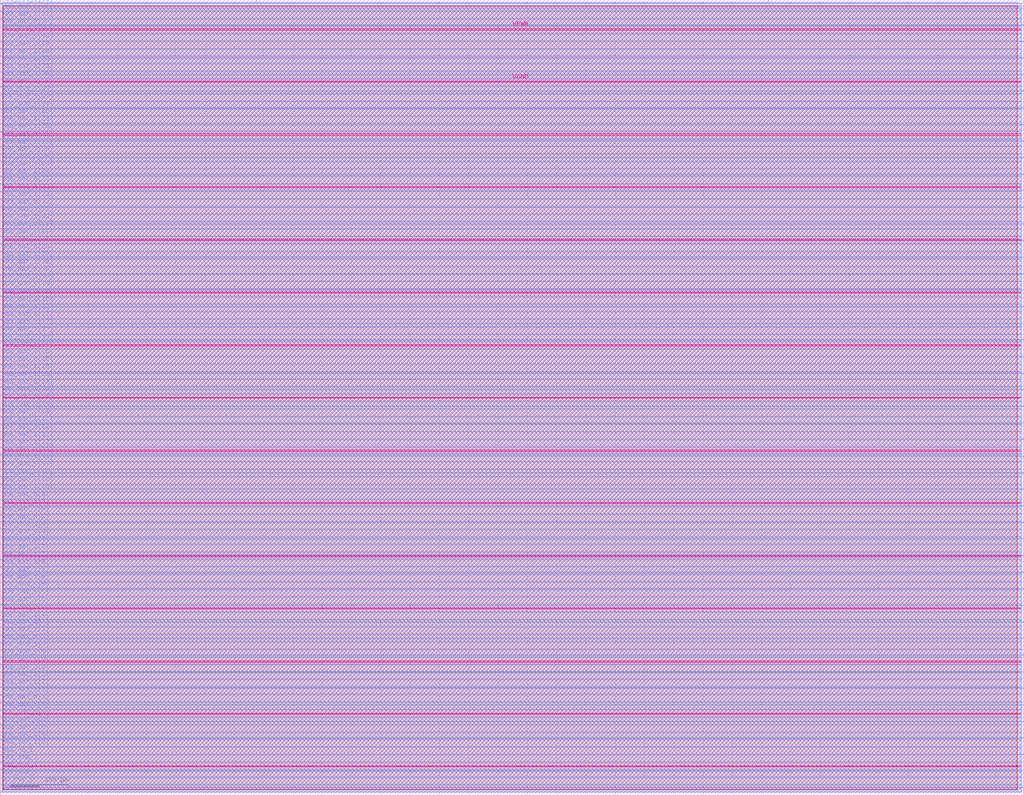
<source format=lef>
VERSION 5.7 ;
  NOWIREEXTENSIONATPIN ON ;
  DIVIDERCHAR "/" ;
  BUSBITCHARS "[]" ;
MACRO pyfive_top
  CLASS BLOCK ;
  FOREIGN pyfive_top ;
  ORIGIN 0.000 0.000 ;
  SIZE 1748.000 BY 1360.000 ;
  PIN io_in[0]
    DIRECTION INPUT ;
    PORT
      LAYER met3 ;
        RECT 1744.000 13.640 1748.000 14.240 ;
    END
  END io_in[0]
  PIN io_in[10]
    DIRECTION INPUT ;
    PORT
      LAYER met3 ;
        RECT 1744.000 863.640 1748.000 864.240 ;
    END
  END io_in[10]
  PIN io_in[11]
    DIRECTION INPUT ;
    PORT
      LAYER met3 ;
        RECT 1744.000 948.640 1748.000 949.240 ;
    END
  END io_in[11]
  PIN io_in[12]
    DIRECTION INPUT ;
    PORT
      LAYER met3 ;
        RECT 1744.000 1033.640 1748.000 1034.240 ;
    END
  END io_in[12]
  PIN io_in[13]
    DIRECTION INPUT ;
    PORT
      LAYER met3 ;
        RECT 1744.000 1118.640 1748.000 1119.240 ;
    END
  END io_in[13]
  PIN io_in[14]
    DIRECTION INPUT ;
    PORT
      LAYER met3 ;
        RECT 1744.000 1203.640 1748.000 1204.240 ;
    END
  END io_in[14]
  PIN io_in[15]
    DIRECTION INPUT ;
    PORT
      LAYER met3 ;
        RECT 1744.000 1288.640 1748.000 1289.240 ;
    END
  END io_in[15]
  PIN io_in[1]
    DIRECTION INPUT ;
    PORT
      LAYER met3 ;
        RECT 1744.000 98.640 1748.000 99.240 ;
    END
  END io_in[1]
  PIN io_in[2]
    DIRECTION INPUT ;
    PORT
      LAYER met3 ;
        RECT 1744.000 183.640 1748.000 184.240 ;
    END
  END io_in[2]
  PIN io_in[3]
    DIRECTION INPUT ;
    PORT
      LAYER met3 ;
        RECT 1744.000 268.640 1748.000 269.240 ;
    END
  END io_in[3]
  PIN io_in[4]
    DIRECTION INPUT ;
    PORT
      LAYER met3 ;
        RECT 1744.000 353.640 1748.000 354.240 ;
    END
  END io_in[4]
  PIN io_in[5]
    DIRECTION INPUT ;
    PORT
      LAYER met3 ;
        RECT 1744.000 438.640 1748.000 439.240 ;
    END
  END io_in[5]
  PIN io_in[6]
    DIRECTION INPUT ;
    PORT
      LAYER met3 ;
        RECT 1744.000 523.640 1748.000 524.240 ;
    END
  END io_in[6]
  PIN io_in[7]
    DIRECTION INPUT ;
    PORT
      LAYER met3 ;
        RECT 1744.000 608.640 1748.000 609.240 ;
    END
  END io_in[7]
  PIN io_in[8]
    DIRECTION INPUT ;
    PORT
      LAYER met3 ;
        RECT 1744.000 693.640 1748.000 694.240 ;
    END
  END io_in[8]
  PIN io_in[9]
    DIRECTION INPUT ;
    PORT
      LAYER met3 ;
        RECT 1744.000 778.640 1748.000 779.240 ;
    END
  END io_in[9]
  PIN io_oeb[0]
    DIRECTION OUTPUT TRISTATE ;
    PORT
      LAYER met3 ;
        RECT 1744.000 41.520 1748.000 42.120 ;
    END
  END io_oeb[0]
  PIN io_oeb[10]
    DIRECTION OUTPUT TRISTATE ;
    PORT
      LAYER met3 ;
        RECT 1744.000 891.520 1748.000 892.120 ;
    END
  END io_oeb[10]
  PIN io_oeb[11]
    DIRECTION OUTPUT TRISTATE ;
    PORT
      LAYER met3 ;
        RECT 1744.000 976.520 1748.000 977.120 ;
    END
  END io_oeb[11]
  PIN io_oeb[12]
    DIRECTION OUTPUT TRISTATE ;
    PORT
      LAYER met3 ;
        RECT 1744.000 1061.520 1748.000 1062.120 ;
    END
  END io_oeb[12]
  PIN io_oeb[13]
    DIRECTION OUTPUT TRISTATE ;
    PORT
      LAYER met3 ;
        RECT 1744.000 1146.520 1748.000 1147.120 ;
    END
  END io_oeb[13]
  PIN io_oeb[14]
    DIRECTION OUTPUT TRISTATE ;
    PORT
      LAYER met3 ;
        RECT 1744.000 1231.520 1748.000 1232.120 ;
    END
  END io_oeb[14]
  PIN io_oeb[15]
    DIRECTION OUTPUT TRISTATE ;
    PORT
      LAYER met3 ;
        RECT 1744.000 1316.520 1748.000 1317.120 ;
    END
  END io_oeb[15]
  PIN io_oeb[1]
    DIRECTION OUTPUT TRISTATE ;
    PORT
      LAYER met3 ;
        RECT 1744.000 126.520 1748.000 127.120 ;
    END
  END io_oeb[1]
  PIN io_oeb[2]
    DIRECTION OUTPUT TRISTATE ;
    PORT
      LAYER met3 ;
        RECT 1744.000 211.520 1748.000 212.120 ;
    END
  END io_oeb[2]
  PIN io_oeb[3]
    DIRECTION OUTPUT TRISTATE ;
    PORT
      LAYER met3 ;
        RECT 1744.000 296.520 1748.000 297.120 ;
    END
  END io_oeb[3]
  PIN io_oeb[4]
    DIRECTION OUTPUT TRISTATE ;
    PORT
      LAYER met3 ;
        RECT 1744.000 381.520 1748.000 382.120 ;
    END
  END io_oeb[4]
  PIN io_oeb[5]
    DIRECTION OUTPUT TRISTATE ;
    PORT
      LAYER met3 ;
        RECT 1744.000 466.520 1748.000 467.120 ;
    END
  END io_oeb[5]
  PIN io_oeb[6]
    DIRECTION OUTPUT TRISTATE ;
    PORT
      LAYER met3 ;
        RECT 1744.000 551.520 1748.000 552.120 ;
    END
  END io_oeb[6]
  PIN io_oeb[7]
    DIRECTION OUTPUT TRISTATE ;
    PORT
      LAYER met3 ;
        RECT 1744.000 636.520 1748.000 637.120 ;
    END
  END io_oeb[7]
  PIN io_oeb[8]
    DIRECTION OUTPUT TRISTATE ;
    PORT
      LAYER met3 ;
        RECT 1744.000 721.520 1748.000 722.120 ;
    END
  END io_oeb[8]
  PIN io_oeb[9]
    DIRECTION OUTPUT TRISTATE ;
    PORT
      LAYER met3 ;
        RECT 1744.000 806.520 1748.000 807.120 ;
    END
  END io_oeb[9]
  PIN io_out[0]
    DIRECTION OUTPUT TRISTATE ;
    PORT
      LAYER met3 ;
        RECT 1744.000 70.080 1748.000 70.680 ;
    END
  END io_out[0]
  PIN io_out[10]
    DIRECTION OUTPUT TRISTATE ;
    PORT
      LAYER met3 ;
        RECT 1744.000 920.080 1748.000 920.680 ;
    END
  END io_out[10]
  PIN io_out[11]
    DIRECTION OUTPUT TRISTATE ;
    PORT
      LAYER met3 ;
        RECT 1744.000 1005.080 1748.000 1005.680 ;
    END
  END io_out[11]
  PIN io_out[12]
    DIRECTION OUTPUT TRISTATE ;
    PORT
      LAYER met3 ;
        RECT 1744.000 1090.080 1748.000 1090.680 ;
    END
  END io_out[12]
  PIN io_out[13]
    DIRECTION OUTPUT TRISTATE ;
    PORT
      LAYER met3 ;
        RECT 1744.000 1175.080 1748.000 1175.680 ;
    END
  END io_out[13]
  PIN io_out[14]
    DIRECTION OUTPUT TRISTATE ;
    PORT
      LAYER met3 ;
        RECT 1744.000 1260.080 1748.000 1260.680 ;
    END
  END io_out[14]
  PIN io_out[15]
    DIRECTION OUTPUT TRISTATE ;
    PORT
      LAYER met3 ;
        RECT 1744.000 1345.080 1748.000 1345.680 ;
    END
  END io_out[15]
  PIN io_out[1]
    DIRECTION OUTPUT TRISTATE ;
    PORT
      LAYER met3 ;
        RECT 1744.000 155.080 1748.000 155.680 ;
    END
  END io_out[1]
  PIN io_out[2]
    DIRECTION OUTPUT TRISTATE ;
    PORT
      LAYER met3 ;
        RECT 1744.000 240.080 1748.000 240.680 ;
    END
  END io_out[2]
  PIN io_out[3]
    DIRECTION OUTPUT TRISTATE ;
    PORT
      LAYER met3 ;
        RECT 1744.000 325.080 1748.000 325.680 ;
    END
  END io_out[3]
  PIN io_out[4]
    DIRECTION OUTPUT TRISTATE ;
    PORT
      LAYER met3 ;
        RECT 1744.000 410.080 1748.000 410.680 ;
    END
  END io_out[4]
  PIN io_out[5]
    DIRECTION OUTPUT TRISTATE ;
    PORT
      LAYER met3 ;
        RECT 1744.000 495.080 1748.000 495.680 ;
    END
  END io_out[5]
  PIN io_out[6]
    DIRECTION OUTPUT TRISTATE ;
    PORT
      LAYER met3 ;
        RECT 1744.000 580.080 1748.000 580.680 ;
    END
  END io_out[6]
  PIN io_out[7]
    DIRECTION OUTPUT TRISTATE ;
    PORT
      LAYER met3 ;
        RECT 1744.000 665.080 1748.000 665.680 ;
    END
  END io_out[7]
  PIN io_out[8]
    DIRECTION OUTPUT TRISTATE ;
    PORT
      LAYER met3 ;
        RECT 1744.000 750.080 1748.000 750.680 ;
    END
  END io_out[8]
  PIN io_out[9]
    DIRECTION OUTPUT TRISTATE ;
    PORT
      LAYER met3 ;
        RECT 1744.000 835.080 1748.000 835.680 ;
    END
  END io_out[9]
  PIN one
    DIRECTION OUTPUT TRISTATE ;
    PORT
      LAYER met2 ;
        RECT 1311.090 1356.000 1311.370 1360.000 ;
    END
  END one
  PIN wb_clk_i
    DIRECTION INPUT ;
    PORT
      LAYER met3 ;
        RECT 0.000 6.160 4.000 6.760 ;
    END
  END wb_clk_i
  PIN wb_rst_i
    DIRECTION INPUT ;
    PORT
      LAYER met3 ;
        RECT 0.000 18.400 4.000 19.000 ;
    END
  END wb_rst_i
  PIN wbs_ack_o
    DIRECTION OUTPUT TRISTATE ;
    PORT
      LAYER met3 ;
        RECT 0.000 31.320 4.000 31.920 ;
    END
  END wbs_ack_o
  PIN wbs_adr_i[0]
    DIRECTION INPUT ;
    PORT
      LAYER met3 ;
        RECT 0.000 83.000 4.000 83.600 ;
    END
  END wbs_adr_i[0]
  PIN wbs_adr_i[10]
    DIRECTION INPUT ;
    PORT
      LAYER met3 ;
        RECT 0.000 518.880 4.000 519.480 ;
    END
  END wbs_adr_i[10]
  PIN wbs_adr_i[11]
    DIRECTION INPUT ;
    PORT
      LAYER met3 ;
        RECT 0.000 557.640 4.000 558.240 ;
    END
  END wbs_adr_i[11]
  PIN wbs_adr_i[12]
    DIRECTION INPUT ;
    PORT
      LAYER met3 ;
        RECT 0.000 595.720 4.000 596.320 ;
    END
  END wbs_adr_i[12]
  PIN wbs_adr_i[13]
    DIRECTION INPUT ;
    PORT
      LAYER met3 ;
        RECT 0.000 634.480 4.000 635.080 ;
    END
  END wbs_adr_i[13]
  PIN wbs_adr_i[14]
    DIRECTION INPUT ;
    PORT
      LAYER met3 ;
        RECT 0.000 673.240 4.000 673.840 ;
    END
  END wbs_adr_i[14]
  PIN wbs_adr_i[15]
    DIRECTION INPUT ;
    PORT
      LAYER met3 ;
        RECT 0.000 711.320 4.000 711.920 ;
    END
  END wbs_adr_i[15]
  PIN wbs_adr_i[16]
    DIRECTION INPUT ;
    PORT
      LAYER met3 ;
        RECT 0.000 750.080 4.000 750.680 ;
    END
  END wbs_adr_i[16]
  PIN wbs_adr_i[17]
    DIRECTION INPUT ;
    PORT
      LAYER met3 ;
        RECT 0.000 788.160 4.000 788.760 ;
    END
  END wbs_adr_i[17]
  PIN wbs_adr_i[18]
    DIRECTION INPUT ;
    PORT
      LAYER met3 ;
        RECT 0.000 826.920 4.000 827.520 ;
    END
  END wbs_adr_i[18]
  PIN wbs_adr_i[19]
    DIRECTION INPUT ;
    PORT
      LAYER met3 ;
        RECT 0.000 865.680 4.000 866.280 ;
    END
  END wbs_adr_i[19]
  PIN wbs_adr_i[1]
    DIRECTION INPUT ;
    PORT
      LAYER met3 ;
        RECT 0.000 134.000 4.000 134.600 ;
    END
  END wbs_adr_i[1]
  PIN wbs_adr_i[20]
    DIRECTION INPUT ;
    PORT
      LAYER met3 ;
        RECT 0.000 903.760 4.000 904.360 ;
    END
  END wbs_adr_i[20]
  PIN wbs_adr_i[21]
    DIRECTION INPUT ;
    PORT
      LAYER met3 ;
        RECT 0.000 942.520 4.000 943.120 ;
    END
  END wbs_adr_i[21]
  PIN wbs_adr_i[22]
    DIRECTION INPUT ;
    PORT
      LAYER met3 ;
        RECT 0.000 980.600 4.000 981.200 ;
    END
  END wbs_adr_i[22]
  PIN wbs_adr_i[23]
    DIRECTION INPUT ;
    PORT
      LAYER met3 ;
        RECT 0.000 1019.360 4.000 1019.960 ;
    END
  END wbs_adr_i[23]
  PIN wbs_adr_i[24]
    DIRECTION INPUT ;
    PORT
      LAYER met3 ;
        RECT 0.000 1058.120 4.000 1058.720 ;
    END
  END wbs_adr_i[24]
  PIN wbs_adr_i[25]
    DIRECTION INPUT ;
    PORT
      LAYER met3 ;
        RECT 0.000 1096.200 4.000 1096.800 ;
    END
  END wbs_adr_i[25]
  PIN wbs_adr_i[26]
    DIRECTION INPUT ;
    PORT
      LAYER met3 ;
        RECT 0.000 1134.960 4.000 1135.560 ;
    END
  END wbs_adr_i[26]
  PIN wbs_adr_i[27]
    DIRECTION INPUT ;
    PORT
      LAYER met3 ;
        RECT 0.000 1173.040 4.000 1173.640 ;
    END
  END wbs_adr_i[27]
  PIN wbs_adr_i[28]
    DIRECTION INPUT ;
    PORT
      LAYER met3 ;
        RECT 0.000 1211.800 4.000 1212.400 ;
    END
  END wbs_adr_i[28]
  PIN wbs_adr_i[29]
    DIRECTION INPUT ;
    PORT
      LAYER met3 ;
        RECT 0.000 1250.560 4.000 1251.160 ;
    END
  END wbs_adr_i[29]
  PIN wbs_adr_i[2]
    DIRECTION INPUT ;
    PORT
      LAYER met3 ;
        RECT 0.000 185.680 4.000 186.280 ;
    END
  END wbs_adr_i[2]
  PIN wbs_adr_i[30]
    DIRECTION INPUT ;
    PORT
      LAYER met3 ;
        RECT 0.000 1288.640 4.000 1289.240 ;
    END
  END wbs_adr_i[30]
  PIN wbs_adr_i[31]
    DIRECTION INPUT ;
    PORT
      LAYER met3 ;
        RECT 0.000 1327.400 4.000 1328.000 ;
    END
  END wbs_adr_i[31]
  PIN wbs_adr_i[3]
    DIRECTION INPUT ;
    PORT
      LAYER met3 ;
        RECT 0.000 236.680 4.000 237.280 ;
    END
  END wbs_adr_i[3]
  PIN wbs_adr_i[4]
    DIRECTION INPUT ;
    PORT
      LAYER met3 ;
        RECT 0.000 288.360 4.000 288.960 ;
    END
  END wbs_adr_i[4]
  PIN wbs_adr_i[5]
    DIRECTION INPUT ;
    PORT
      LAYER met3 ;
        RECT 0.000 326.440 4.000 327.040 ;
    END
  END wbs_adr_i[5]
  PIN wbs_adr_i[6]
    DIRECTION INPUT ;
    PORT
      LAYER met3 ;
        RECT 0.000 365.200 4.000 365.800 ;
    END
  END wbs_adr_i[6]
  PIN wbs_adr_i[7]
    DIRECTION INPUT ;
    PORT
      LAYER met3 ;
        RECT 0.000 403.280 4.000 403.880 ;
    END
  END wbs_adr_i[7]
  PIN wbs_adr_i[8]
    DIRECTION INPUT ;
    PORT
      LAYER met3 ;
        RECT 0.000 442.040 4.000 442.640 ;
    END
  END wbs_adr_i[8]
  PIN wbs_adr_i[9]
    DIRECTION INPUT ;
    PORT
      LAYER met3 ;
        RECT 0.000 480.800 4.000 481.400 ;
    END
  END wbs_adr_i[9]
  PIN wbs_cyc_i
    DIRECTION INPUT ;
    PORT
      LAYER met3 ;
        RECT 0.000 44.240 4.000 44.840 ;
    END
  END wbs_cyc_i
  PIN wbs_dat_i[0]
    DIRECTION INPUT ;
    PORT
      LAYER met3 ;
        RECT 0.000 95.920 4.000 96.520 ;
    END
  END wbs_dat_i[0]
  PIN wbs_dat_i[10]
    DIRECTION INPUT ;
    PORT
      LAYER met3 ;
        RECT 0.000 531.800 4.000 532.400 ;
    END
  END wbs_dat_i[10]
  PIN wbs_dat_i[11]
    DIRECTION INPUT ;
    PORT
      LAYER met3 ;
        RECT 0.000 570.560 4.000 571.160 ;
    END
  END wbs_dat_i[11]
  PIN wbs_dat_i[12]
    DIRECTION INPUT ;
    PORT
      LAYER met3 ;
        RECT 0.000 608.640 4.000 609.240 ;
    END
  END wbs_dat_i[12]
  PIN wbs_dat_i[13]
    DIRECTION INPUT ;
    PORT
      LAYER met3 ;
        RECT 0.000 647.400 4.000 648.000 ;
    END
  END wbs_dat_i[13]
  PIN wbs_dat_i[14]
    DIRECTION INPUT ;
    PORT
      LAYER met3 ;
        RECT 0.000 686.160 4.000 686.760 ;
    END
  END wbs_dat_i[14]
  PIN wbs_dat_i[15]
    DIRECTION INPUT ;
    PORT
      LAYER met3 ;
        RECT 0.000 724.240 4.000 724.840 ;
    END
  END wbs_dat_i[15]
  PIN wbs_dat_i[16]
    DIRECTION INPUT ;
    PORT
      LAYER met3 ;
        RECT 0.000 763.000 4.000 763.600 ;
    END
  END wbs_dat_i[16]
  PIN wbs_dat_i[17]
    DIRECTION INPUT ;
    PORT
      LAYER met3 ;
        RECT 0.000 801.080 4.000 801.680 ;
    END
  END wbs_dat_i[17]
  PIN wbs_dat_i[18]
    DIRECTION INPUT ;
    PORT
      LAYER met3 ;
        RECT 0.000 839.840 4.000 840.440 ;
    END
  END wbs_dat_i[18]
  PIN wbs_dat_i[19]
    DIRECTION INPUT ;
    PORT
      LAYER met3 ;
        RECT 0.000 878.600 4.000 879.200 ;
    END
  END wbs_dat_i[19]
  PIN wbs_dat_i[1]
    DIRECTION INPUT ;
    PORT
      LAYER met3 ;
        RECT 0.000 146.920 4.000 147.520 ;
    END
  END wbs_dat_i[1]
  PIN wbs_dat_i[20]
    DIRECTION INPUT ;
    PORT
      LAYER met3 ;
        RECT 0.000 916.680 4.000 917.280 ;
    END
  END wbs_dat_i[20]
  PIN wbs_dat_i[21]
    DIRECTION INPUT ;
    PORT
      LAYER met3 ;
        RECT 0.000 955.440 4.000 956.040 ;
    END
  END wbs_dat_i[21]
  PIN wbs_dat_i[22]
    DIRECTION INPUT ;
    PORT
      LAYER met3 ;
        RECT 0.000 993.520 4.000 994.120 ;
    END
  END wbs_dat_i[22]
  PIN wbs_dat_i[23]
    DIRECTION INPUT ;
    PORT
      LAYER met3 ;
        RECT 0.000 1032.280 4.000 1032.880 ;
    END
  END wbs_dat_i[23]
  PIN wbs_dat_i[24]
    DIRECTION INPUT ;
    PORT
      LAYER met3 ;
        RECT 0.000 1071.040 4.000 1071.640 ;
    END
  END wbs_dat_i[24]
  PIN wbs_dat_i[25]
    DIRECTION INPUT ;
    PORT
      LAYER met3 ;
        RECT 0.000 1109.120 4.000 1109.720 ;
    END
  END wbs_dat_i[25]
  PIN wbs_dat_i[26]
    DIRECTION INPUT ;
    PORT
      LAYER met3 ;
        RECT 0.000 1147.880 4.000 1148.480 ;
    END
  END wbs_dat_i[26]
  PIN wbs_dat_i[27]
    DIRECTION INPUT ;
    PORT
      LAYER met3 ;
        RECT 0.000 1185.960 4.000 1186.560 ;
    END
  END wbs_dat_i[27]
  PIN wbs_dat_i[28]
    DIRECTION INPUT ;
    PORT
      LAYER met3 ;
        RECT 0.000 1224.720 4.000 1225.320 ;
    END
  END wbs_dat_i[28]
  PIN wbs_dat_i[29]
    DIRECTION INPUT ;
    PORT
      LAYER met3 ;
        RECT 0.000 1263.480 4.000 1264.080 ;
    END
  END wbs_dat_i[29]
  PIN wbs_dat_i[2]
    DIRECTION INPUT ;
    PORT
      LAYER met3 ;
        RECT 0.000 198.600 4.000 199.200 ;
    END
  END wbs_dat_i[2]
  PIN wbs_dat_i[30]
    DIRECTION INPUT ;
    PORT
      LAYER met3 ;
        RECT 0.000 1301.560 4.000 1302.160 ;
    END
  END wbs_dat_i[30]
  PIN wbs_dat_i[31]
    DIRECTION INPUT ;
    PORT
      LAYER met3 ;
        RECT 0.000 1340.320 4.000 1340.920 ;
    END
  END wbs_dat_i[31]
  PIN wbs_dat_i[3]
    DIRECTION INPUT ;
    PORT
      LAYER met3 ;
        RECT 0.000 249.600 4.000 250.200 ;
    END
  END wbs_dat_i[3]
  PIN wbs_dat_i[4]
    DIRECTION INPUT ;
    PORT
      LAYER met3 ;
        RECT 0.000 300.600 4.000 301.200 ;
    END
  END wbs_dat_i[4]
  PIN wbs_dat_i[5]
    DIRECTION INPUT ;
    PORT
      LAYER met3 ;
        RECT 0.000 339.360 4.000 339.960 ;
    END
  END wbs_dat_i[5]
  PIN wbs_dat_i[6]
    DIRECTION INPUT ;
    PORT
      LAYER met3 ;
        RECT 0.000 378.120 4.000 378.720 ;
    END
  END wbs_dat_i[6]
  PIN wbs_dat_i[7]
    DIRECTION INPUT ;
    PORT
      LAYER met3 ;
        RECT 0.000 416.200 4.000 416.800 ;
    END
  END wbs_dat_i[7]
  PIN wbs_dat_i[8]
    DIRECTION INPUT ;
    PORT
      LAYER met3 ;
        RECT 0.000 454.960 4.000 455.560 ;
    END
  END wbs_dat_i[8]
  PIN wbs_dat_i[9]
    DIRECTION INPUT ;
    PORT
      LAYER met3 ;
        RECT 0.000 493.040 4.000 493.640 ;
    END
  END wbs_dat_i[9]
  PIN wbs_dat_o[0]
    DIRECTION OUTPUT TRISTATE ;
    PORT
      LAYER met3 ;
        RECT 0.000 108.160 4.000 108.760 ;
    END
  END wbs_dat_o[0]
  PIN wbs_dat_o[10]
    DIRECTION OUTPUT TRISTATE ;
    PORT
      LAYER met3 ;
        RECT 0.000 544.720 4.000 545.320 ;
    END
  END wbs_dat_o[10]
  PIN wbs_dat_o[11]
    DIRECTION OUTPUT TRISTATE ;
    PORT
      LAYER met3 ;
        RECT 0.000 583.480 4.000 584.080 ;
    END
  END wbs_dat_o[11]
  PIN wbs_dat_o[12]
    DIRECTION OUTPUT TRISTATE ;
    PORT
      LAYER met3 ;
        RECT 0.000 621.560 4.000 622.160 ;
    END
  END wbs_dat_o[12]
  PIN wbs_dat_o[13]
    DIRECTION OUTPUT TRISTATE ;
    PORT
      LAYER met3 ;
        RECT 0.000 660.320 4.000 660.920 ;
    END
  END wbs_dat_o[13]
  PIN wbs_dat_o[14]
    DIRECTION OUTPUT TRISTATE ;
    PORT
      LAYER met3 ;
        RECT 0.000 698.400 4.000 699.000 ;
    END
  END wbs_dat_o[14]
  PIN wbs_dat_o[15]
    DIRECTION OUTPUT TRISTATE ;
    PORT
      LAYER met3 ;
        RECT 0.000 737.160 4.000 737.760 ;
    END
  END wbs_dat_o[15]
  PIN wbs_dat_o[16]
    DIRECTION OUTPUT TRISTATE ;
    PORT
      LAYER met3 ;
        RECT 0.000 775.920 4.000 776.520 ;
    END
  END wbs_dat_o[16]
  PIN wbs_dat_o[17]
    DIRECTION OUTPUT TRISTATE ;
    PORT
      LAYER met3 ;
        RECT 0.000 814.000 4.000 814.600 ;
    END
  END wbs_dat_o[17]
  PIN wbs_dat_o[18]
    DIRECTION OUTPUT TRISTATE ;
    PORT
      LAYER met3 ;
        RECT 0.000 852.760 4.000 853.360 ;
    END
  END wbs_dat_o[18]
  PIN wbs_dat_o[19]
    DIRECTION OUTPUT TRISTATE ;
    PORT
      LAYER met3 ;
        RECT 0.000 890.840 4.000 891.440 ;
    END
  END wbs_dat_o[19]
  PIN wbs_dat_o[1]
    DIRECTION OUTPUT TRISTATE ;
    PORT
      LAYER met3 ;
        RECT 0.000 159.840 4.000 160.440 ;
    END
  END wbs_dat_o[1]
  PIN wbs_dat_o[20]
    DIRECTION OUTPUT TRISTATE ;
    PORT
      LAYER met3 ;
        RECT 0.000 929.600 4.000 930.200 ;
    END
  END wbs_dat_o[20]
  PIN wbs_dat_o[21]
    DIRECTION OUTPUT TRISTATE ;
    PORT
      LAYER met3 ;
        RECT 0.000 968.360 4.000 968.960 ;
    END
  END wbs_dat_o[21]
  PIN wbs_dat_o[22]
    DIRECTION OUTPUT TRISTATE ;
    PORT
      LAYER met3 ;
        RECT 0.000 1006.440 4.000 1007.040 ;
    END
  END wbs_dat_o[22]
  PIN wbs_dat_o[23]
    DIRECTION OUTPUT TRISTATE ;
    PORT
      LAYER met3 ;
        RECT 0.000 1045.200 4.000 1045.800 ;
    END
  END wbs_dat_o[23]
  PIN wbs_dat_o[24]
    DIRECTION OUTPUT TRISTATE ;
    PORT
      LAYER met3 ;
        RECT 0.000 1083.280 4.000 1083.880 ;
    END
  END wbs_dat_o[24]
  PIN wbs_dat_o[25]
    DIRECTION OUTPUT TRISTATE ;
    PORT
      LAYER met3 ;
        RECT 0.000 1122.040 4.000 1122.640 ;
    END
  END wbs_dat_o[25]
  PIN wbs_dat_o[26]
    DIRECTION OUTPUT TRISTATE ;
    PORT
      LAYER met3 ;
        RECT 0.000 1160.800 4.000 1161.400 ;
    END
  END wbs_dat_o[26]
  PIN wbs_dat_o[27]
    DIRECTION OUTPUT TRISTATE ;
    PORT
      LAYER met3 ;
        RECT 0.000 1198.880 4.000 1199.480 ;
    END
  END wbs_dat_o[27]
  PIN wbs_dat_o[28]
    DIRECTION OUTPUT TRISTATE ;
    PORT
      LAYER met3 ;
        RECT 0.000 1237.640 4.000 1238.240 ;
    END
  END wbs_dat_o[28]
  PIN wbs_dat_o[29]
    DIRECTION OUTPUT TRISTATE ;
    PORT
      LAYER met3 ;
        RECT 0.000 1275.720 4.000 1276.320 ;
    END
  END wbs_dat_o[29]
  PIN wbs_dat_o[2]
    DIRECTION OUTPUT TRISTATE ;
    PORT
      LAYER met3 ;
        RECT 0.000 210.840 4.000 211.440 ;
    END
  END wbs_dat_o[2]
  PIN wbs_dat_o[30]
    DIRECTION OUTPUT TRISTATE ;
    PORT
      LAYER met3 ;
        RECT 0.000 1314.480 4.000 1315.080 ;
    END
  END wbs_dat_o[30]
  PIN wbs_dat_o[31]
    DIRECTION OUTPUT TRISTATE ;
    PORT
      LAYER met3 ;
        RECT 0.000 1353.240 4.000 1353.840 ;
    END
  END wbs_dat_o[31]
  PIN wbs_dat_o[3]
    DIRECTION OUTPUT TRISTATE ;
    PORT
      LAYER met3 ;
        RECT 0.000 262.520 4.000 263.120 ;
    END
  END wbs_dat_o[3]
  PIN wbs_dat_o[4]
    DIRECTION OUTPUT TRISTATE ;
    PORT
      LAYER met3 ;
        RECT 0.000 313.520 4.000 314.120 ;
    END
  END wbs_dat_o[4]
  PIN wbs_dat_o[5]
    DIRECTION OUTPUT TRISTATE ;
    PORT
      LAYER met3 ;
        RECT 0.000 352.280 4.000 352.880 ;
    END
  END wbs_dat_o[5]
  PIN wbs_dat_o[6]
    DIRECTION OUTPUT TRISTATE ;
    PORT
      LAYER met3 ;
        RECT 0.000 391.040 4.000 391.640 ;
    END
  END wbs_dat_o[6]
  PIN wbs_dat_o[7]
    DIRECTION OUTPUT TRISTATE ;
    PORT
      LAYER met3 ;
        RECT 0.000 429.120 4.000 429.720 ;
    END
  END wbs_dat_o[7]
  PIN wbs_dat_o[8]
    DIRECTION OUTPUT TRISTATE ;
    PORT
      LAYER met3 ;
        RECT 0.000 467.880 4.000 468.480 ;
    END
  END wbs_dat_o[8]
  PIN wbs_dat_o[9]
    DIRECTION OUTPUT TRISTATE ;
    PORT
      LAYER met3 ;
        RECT 0.000 505.960 4.000 506.560 ;
    END
  END wbs_dat_o[9]
  PIN wbs_sel_i[0]
    DIRECTION INPUT ;
    PORT
      LAYER met3 ;
        RECT 0.000 121.080 4.000 121.680 ;
    END
  END wbs_sel_i[0]
  PIN wbs_sel_i[1]
    DIRECTION INPUT ;
    PORT
      LAYER met3 ;
        RECT 0.000 172.760 4.000 173.360 ;
    END
  END wbs_sel_i[1]
  PIN wbs_sel_i[2]
    DIRECTION INPUT ;
    PORT
      LAYER met3 ;
        RECT 0.000 223.760 4.000 224.360 ;
    END
  END wbs_sel_i[2]
  PIN wbs_sel_i[3]
    DIRECTION INPUT ;
    PORT
      LAYER met3 ;
        RECT 0.000 275.440 4.000 276.040 ;
    END
  END wbs_sel_i[3]
  PIN wbs_stb_i
    DIRECTION INPUT ;
    PORT
      LAYER met3 ;
        RECT 0.000 57.160 4.000 57.760 ;
    END
  END wbs_stb_i
  PIN wbs_we_i
    DIRECTION INPUT ;
    PORT
      LAYER met3 ;
        RECT 0.000 70.080 4.000 70.680 ;
    END
  END wbs_we_i
  PIN zero
    DIRECTION OUTPUT TRISTATE ;
    PORT
      LAYER met2 ;
        RECT 437.090 1356.000 437.370 1360.000 ;
    END
  END zero
  PIN VPWR
    DIRECTION INPUT ;
    USE POWER ;
    PORT
      LAYER met5 ;
        RECT 5.520 49.200 1742.480 50.800 ;
        RECT 5.520 228.200 1742.480 230.800 ;
        RECT 5.520 408.200 1742.480 410.800 ;
        RECT 5.520 588.200 1742.480 590.800 ;
        RECT 5.520 768.200 1742.480 770.800 ;
        RECT 5.520 948.200 1742.480 950.800 ;
        RECT 5.520 1128.200 1742.480 1130.800 ;
        RECT 5.520 1308.200 1742.480 1310.800 ;
    END
  END VPWR
  PIN VGND
    DIRECTION INPUT ;
    USE GROUND ;
    PORT
      LAYER met5 ;
        RECT 5.520 139.200 1742.480 140.800 ;
        RECT 5.520 319.200 1742.480 320.800 ;
        RECT 5.520 499.200 1742.480 500.800 ;
        RECT 5.520 679.200 1742.480 680.800 ;
        RECT 5.520 859.200 1742.480 860.800 ;
        RECT 5.520 1039.200 1742.480 1040.800 ;
        RECT 5.520 1219.200 1742.480 1220.800 ;
    END
  END VGND
  OBS
      LAYER li1 ;
        RECT 5.520 10.795 1742.480 1349.205 ;
      LAYER met1 ;
        RECT 3.750 6.500 1742.480 1349.360 ;
      LAYER met2 ;
        RECT 3.780 1355.720 436.810 1356.000 ;
        RECT 437.650 1355.720 1310.810 1356.000 ;
        RECT 1311.650 1355.720 1736.110 1356.000 ;
        RECT 3.780 6.275 1736.110 1355.720 ;
      LAYER met3 ;
        RECT 4.400 1352.840 1744.010 1353.705 ;
        RECT 4.000 1346.080 1744.010 1352.840 ;
        RECT 4.000 1344.680 1743.600 1346.080 ;
        RECT 4.000 1341.320 1744.010 1344.680 ;
        RECT 4.400 1339.920 1744.010 1341.320 ;
        RECT 4.000 1328.400 1744.010 1339.920 ;
        RECT 4.400 1327.000 1744.010 1328.400 ;
        RECT 4.000 1317.520 1744.010 1327.000 ;
        RECT 4.000 1316.120 1743.600 1317.520 ;
        RECT 4.000 1315.480 1744.010 1316.120 ;
        RECT 4.400 1314.080 1744.010 1315.480 ;
        RECT 4.000 1302.560 1744.010 1314.080 ;
        RECT 4.400 1301.160 1744.010 1302.560 ;
        RECT 4.000 1289.640 1744.010 1301.160 ;
        RECT 4.400 1288.240 1743.600 1289.640 ;
        RECT 4.000 1276.720 1744.010 1288.240 ;
        RECT 4.400 1275.320 1744.010 1276.720 ;
        RECT 4.000 1264.480 1744.010 1275.320 ;
        RECT 4.400 1263.080 1744.010 1264.480 ;
        RECT 4.000 1261.080 1744.010 1263.080 ;
        RECT 4.000 1259.680 1743.600 1261.080 ;
        RECT 4.000 1251.560 1744.010 1259.680 ;
        RECT 4.400 1250.160 1744.010 1251.560 ;
        RECT 4.000 1238.640 1744.010 1250.160 ;
        RECT 4.400 1237.240 1744.010 1238.640 ;
        RECT 4.000 1232.520 1744.010 1237.240 ;
        RECT 4.000 1231.120 1743.600 1232.520 ;
        RECT 4.000 1225.720 1744.010 1231.120 ;
        RECT 4.400 1224.320 1744.010 1225.720 ;
        RECT 4.000 1212.800 1744.010 1224.320 ;
        RECT 4.400 1211.400 1744.010 1212.800 ;
        RECT 4.000 1204.640 1744.010 1211.400 ;
        RECT 4.000 1203.240 1743.600 1204.640 ;
        RECT 4.000 1199.880 1744.010 1203.240 ;
        RECT 4.400 1198.480 1744.010 1199.880 ;
        RECT 4.000 1186.960 1744.010 1198.480 ;
        RECT 4.400 1185.560 1744.010 1186.960 ;
        RECT 4.000 1176.080 1744.010 1185.560 ;
        RECT 4.000 1174.680 1743.600 1176.080 ;
        RECT 4.000 1174.040 1744.010 1174.680 ;
        RECT 4.400 1172.640 1744.010 1174.040 ;
        RECT 4.000 1161.800 1744.010 1172.640 ;
        RECT 4.400 1160.400 1744.010 1161.800 ;
        RECT 4.000 1148.880 1744.010 1160.400 ;
        RECT 4.400 1147.520 1744.010 1148.880 ;
        RECT 4.400 1147.480 1743.600 1147.520 ;
        RECT 4.000 1146.120 1743.600 1147.480 ;
        RECT 4.000 1135.960 1744.010 1146.120 ;
        RECT 4.400 1134.560 1744.010 1135.960 ;
        RECT 4.000 1123.040 1744.010 1134.560 ;
        RECT 4.400 1121.640 1744.010 1123.040 ;
        RECT 4.000 1119.640 1744.010 1121.640 ;
        RECT 4.000 1118.240 1743.600 1119.640 ;
        RECT 4.000 1110.120 1744.010 1118.240 ;
        RECT 4.400 1108.720 1744.010 1110.120 ;
        RECT 4.000 1097.200 1744.010 1108.720 ;
        RECT 4.400 1095.800 1744.010 1097.200 ;
        RECT 4.000 1091.080 1744.010 1095.800 ;
        RECT 4.000 1089.680 1743.600 1091.080 ;
        RECT 4.000 1084.280 1744.010 1089.680 ;
        RECT 4.400 1082.880 1744.010 1084.280 ;
        RECT 4.000 1072.040 1744.010 1082.880 ;
        RECT 4.400 1070.640 1744.010 1072.040 ;
        RECT 4.000 1062.520 1744.010 1070.640 ;
        RECT 4.000 1061.120 1743.600 1062.520 ;
        RECT 4.000 1059.120 1744.010 1061.120 ;
        RECT 4.400 1057.720 1744.010 1059.120 ;
        RECT 4.000 1046.200 1744.010 1057.720 ;
        RECT 4.400 1044.800 1744.010 1046.200 ;
        RECT 4.000 1034.640 1744.010 1044.800 ;
        RECT 4.000 1033.280 1743.600 1034.640 ;
        RECT 4.400 1033.240 1743.600 1033.280 ;
        RECT 4.400 1031.880 1744.010 1033.240 ;
        RECT 4.000 1020.360 1744.010 1031.880 ;
        RECT 4.400 1018.960 1744.010 1020.360 ;
        RECT 4.000 1007.440 1744.010 1018.960 ;
        RECT 4.400 1006.080 1744.010 1007.440 ;
        RECT 4.400 1006.040 1743.600 1006.080 ;
        RECT 4.000 1004.680 1743.600 1006.040 ;
        RECT 4.000 994.520 1744.010 1004.680 ;
        RECT 4.400 993.120 1744.010 994.520 ;
        RECT 4.000 981.600 1744.010 993.120 ;
        RECT 4.400 980.200 1744.010 981.600 ;
        RECT 4.000 977.520 1744.010 980.200 ;
        RECT 4.000 976.120 1743.600 977.520 ;
        RECT 4.000 969.360 1744.010 976.120 ;
        RECT 4.400 967.960 1744.010 969.360 ;
        RECT 4.000 956.440 1744.010 967.960 ;
        RECT 4.400 955.040 1744.010 956.440 ;
        RECT 4.000 949.640 1744.010 955.040 ;
        RECT 4.000 948.240 1743.600 949.640 ;
        RECT 4.000 943.520 1744.010 948.240 ;
        RECT 4.400 942.120 1744.010 943.520 ;
        RECT 4.000 930.600 1744.010 942.120 ;
        RECT 4.400 929.200 1744.010 930.600 ;
        RECT 4.000 921.080 1744.010 929.200 ;
        RECT 4.000 919.680 1743.600 921.080 ;
        RECT 4.000 917.680 1744.010 919.680 ;
        RECT 4.400 916.280 1744.010 917.680 ;
        RECT 4.000 904.760 1744.010 916.280 ;
        RECT 4.400 903.360 1744.010 904.760 ;
        RECT 4.000 892.520 1744.010 903.360 ;
        RECT 4.000 891.840 1743.600 892.520 ;
        RECT 4.400 891.120 1743.600 891.840 ;
        RECT 4.400 890.440 1744.010 891.120 ;
        RECT 4.000 879.600 1744.010 890.440 ;
        RECT 4.400 878.200 1744.010 879.600 ;
        RECT 4.000 866.680 1744.010 878.200 ;
        RECT 4.400 865.280 1744.010 866.680 ;
        RECT 4.000 864.640 1744.010 865.280 ;
        RECT 4.000 863.240 1743.600 864.640 ;
        RECT 4.000 853.760 1744.010 863.240 ;
        RECT 4.400 852.360 1744.010 853.760 ;
        RECT 4.000 840.840 1744.010 852.360 ;
        RECT 4.400 839.440 1744.010 840.840 ;
        RECT 4.000 836.080 1744.010 839.440 ;
        RECT 4.000 834.680 1743.600 836.080 ;
        RECT 4.000 827.920 1744.010 834.680 ;
        RECT 4.400 826.520 1744.010 827.920 ;
        RECT 4.000 815.000 1744.010 826.520 ;
        RECT 4.400 813.600 1744.010 815.000 ;
        RECT 4.000 807.520 1744.010 813.600 ;
        RECT 4.000 806.120 1743.600 807.520 ;
        RECT 4.000 802.080 1744.010 806.120 ;
        RECT 4.400 800.680 1744.010 802.080 ;
        RECT 4.000 789.160 1744.010 800.680 ;
        RECT 4.400 787.760 1744.010 789.160 ;
        RECT 4.000 779.640 1744.010 787.760 ;
        RECT 4.000 778.240 1743.600 779.640 ;
        RECT 4.000 776.920 1744.010 778.240 ;
        RECT 4.400 775.520 1744.010 776.920 ;
        RECT 4.000 764.000 1744.010 775.520 ;
        RECT 4.400 762.600 1744.010 764.000 ;
        RECT 4.000 751.080 1744.010 762.600 ;
        RECT 4.400 749.680 1743.600 751.080 ;
        RECT 4.000 738.160 1744.010 749.680 ;
        RECT 4.400 736.760 1744.010 738.160 ;
        RECT 4.000 725.240 1744.010 736.760 ;
        RECT 4.400 723.840 1744.010 725.240 ;
        RECT 4.000 722.520 1744.010 723.840 ;
        RECT 4.000 721.120 1743.600 722.520 ;
        RECT 4.000 712.320 1744.010 721.120 ;
        RECT 4.400 710.920 1744.010 712.320 ;
        RECT 4.000 699.400 1744.010 710.920 ;
        RECT 4.400 698.000 1744.010 699.400 ;
        RECT 4.000 694.640 1744.010 698.000 ;
        RECT 4.000 693.240 1743.600 694.640 ;
        RECT 4.000 687.160 1744.010 693.240 ;
        RECT 4.400 685.760 1744.010 687.160 ;
        RECT 4.000 674.240 1744.010 685.760 ;
        RECT 4.400 672.840 1744.010 674.240 ;
        RECT 4.000 666.080 1744.010 672.840 ;
        RECT 4.000 664.680 1743.600 666.080 ;
        RECT 4.000 661.320 1744.010 664.680 ;
        RECT 4.400 659.920 1744.010 661.320 ;
        RECT 4.000 648.400 1744.010 659.920 ;
        RECT 4.400 647.000 1744.010 648.400 ;
        RECT 4.000 637.520 1744.010 647.000 ;
        RECT 4.000 636.120 1743.600 637.520 ;
        RECT 4.000 635.480 1744.010 636.120 ;
        RECT 4.400 634.080 1744.010 635.480 ;
        RECT 4.000 622.560 1744.010 634.080 ;
        RECT 4.400 621.160 1744.010 622.560 ;
        RECT 4.000 609.640 1744.010 621.160 ;
        RECT 4.400 608.240 1743.600 609.640 ;
        RECT 4.000 596.720 1744.010 608.240 ;
        RECT 4.400 595.320 1744.010 596.720 ;
        RECT 4.000 584.480 1744.010 595.320 ;
        RECT 4.400 583.080 1744.010 584.480 ;
        RECT 4.000 581.080 1744.010 583.080 ;
        RECT 4.000 579.680 1743.600 581.080 ;
        RECT 4.000 571.560 1744.010 579.680 ;
        RECT 4.400 570.160 1744.010 571.560 ;
        RECT 4.000 558.640 1744.010 570.160 ;
        RECT 4.400 557.240 1744.010 558.640 ;
        RECT 4.000 552.520 1744.010 557.240 ;
        RECT 4.000 551.120 1743.600 552.520 ;
        RECT 4.000 545.720 1744.010 551.120 ;
        RECT 4.400 544.320 1744.010 545.720 ;
        RECT 4.000 532.800 1744.010 544.320 ;
        RECT 4.400 531.400 1744.010 532.800 ;
        RECT 4.000 524.640 1744.010 531.400 ;
        RECT 4.000 523.240 1743.600 524.640 ;
        RECT 4.000 519.880 1744.010 523.240 ;
        RECT 4.400 518.480 1744.010 519.880 ;
        RECT 4.000 506.960 1744.010 518.480 ;
        RECT 4.400 505.560 1744.010 506.960 ;
        RECT 4.000 496.080 1744.010 505.560 ;
        RECT 4.000 494.680 1743.600 496.080 ;
        RECT 4.000 494.040 1744.010 494.680 ;
        RECT 4.400 492.640 1744.010 494.040 ;
        RECT 4.000 481.800 1744.010 492.640 ;
        RECT 4.400 480.400 1744.010 481.800 ;
        RECT 4.000 468.880 1744.010 480.400 ;
        RECT 4.400 467.520 1744.010 468.880 ;
        RECT 4.400 467.480 1743.600 467.520 ;
        RECT 4.000 466.120 1743.600 467.480 ;
        RECT 4.000 455.960 1744.010 466.120 ;
        RECT 4.400 454.560 1744.010 455.960 ;
        RECT 4.000 443.040 1744.010 454.560 ;
        RECT 4.400 441.640 1744.010 443.040 ;
        RECT 4.000 439.640 1744.010 441.640 ;
        RECT 4.000 438.240 1743.600 439.640 ;
        RECT 4.000 430.120 1744.010 438.240 ;
        RECT 4.400 428.720 1744.010 430.120 ;
        RECT 4.000 417.200 1744.010 428.720 ;
        RECT 4.400 415.800 1744.010 417.200 ;
        RECT 4.000 411.080 1744.010 415.800 ;
        RECT 4.000 409.680 1743.600 411.080 ;
        RECT 4.000 404.280 1744.010 409.680 ;
        RECT 4.400 402.880 1744.010 404.280 ;
        RECT 4.000 392.040 1744.010 402.880 ;
        RECT 4.400 390.640 1744.010 392.040 ;
        RECT 4.000 382.520 1744.010 390.640 ;
        RECT 4.000 381.120 1743.600 382.520 ;
        RECT 4.000 379.120 1744.010 381.120 ;
        RECT 4.400 377.720 1744.010 379.120 ;
        RECT 4.000 366.200 1744.010 377.720 ;
        RECT 4.400 364.800 1744.010 366.200 ;
        RECT 4.000 354.640 1744.010 364.800 ;
        RECT 4.000 353.280 1743.600 354.640 ;
        RECT 4.400 353.240 1743.600 353.280 ;
        RECT 4.400 351.880 1744.010 353.240 ;
        RECT 4.000 340.360 1744.010 351.880 ;
        RECT 4.400 338.960 1744.010 340.360 ;
        RECT 4.000 327.440 1744.010 338.960 ;
        RECT 4.400 326.080 1744.010 327.440 ;
        RECT 4.400 326.040 1743.600 326.080 ;
        RECT 4.000 324.680 1743.600 326.040 ;
        RECT 4.000 314.520 1744.010 324.680 ;
        RECT 4.400 313.120 1744.010 314.520 ;
        RECT 4.000 301.600 1744.010 313.120 ;
        RECT 4.400 300.200 1744.010 301.600 ;
        RECT 4.000 297.520 1744.010 300.200 ;
        RECT 4.000 296.120 1743.600 297.520 ;
        RECT 4.000 289.360 1744.010 296.120 ;
        RECT 4.400 287.960 1744.010 289.360 ;
        RECT 4.000 276.440 1744.010 287.960 ;
        RECT 4.400 275.040 1744.010 276.440 ;
        RECT 4.000 269.640 1744.010 275.040 ;
        RECT 4.000 268.240 1743.600 269.640 ;
        RECT 4.000 263.520 1744.010 268.240 ;
        RECT 4.400 262.120 1744.010 263.520 ;
        RECT 4.000 250.600 1744.010 262.120 ;
        RECT 4.400 249.200 1744.010 250.600 ;
        RECT 4.000 241.080 1744.010 249.200 ;
        RECT 4.000 239.680 1743.600 241.080 ;
        RECT 4.000 237.680 1744.010 239.680 ;
        RECT 4.400 236.280 1744.010 237.680 ;
        RECT 4.000 224.760 1744.010 236.280 ;
        RECT 4.400 223.360 1744.010 224.760 ;
        RECT 4.000 212.520 1744.010 223.360 ;
        RECT 4.000 211.840 1743.600 212.520 ;
        RECT 4.400 211.120 1743.600 211.840 ;
        RECT 4.400 210.440 1744.010 211.120 ;
        RECT 4.000 199.600 1744.010 210.440 ;
        RECT 4.400 198.200 1744.010 199.600 ;
        RECT 4.000 186.680 1744.010 198.200 ;
        RECT 4.400 185.280 1744.010 186.680 ;
        RECT 4.000 184.640 1744.010 185.280 ;
        RECT 4.000 183.240 1743.600 184.640 ;
        RECT 4.000 173.760 1744.010 183.240 ;
        RECT 4.400 172.360 1744.010 173.760 ;
        RECT 4.000 160.840 1744.010 172.360 ;
        RECT 4.400 159.440 1744.010 160.840 ;
        RECT 4.000 156.080 1744.010 159.440 ;
        RECT 4.000 154.680 1743.600 156.080 ;
        RECT 4.000 147.920 1744.010 154.680 ;
        RECT 4.400 146.520 1744.010 147.920 ;
        RECT 4.000 135.000 1744.010 146.520 ;
        RECT 4.400 133.600 1744.010 135.000 ;
        RECT 4.000 127.520 1744.010 133.600 ;
        RECT 4.000 126.120 1743.600 127.520 ;
        RECT 4.000 122.080 1744.010 126.120 ;
        RECT 4.400 120.680 1744.010 122.080 ;
        RECT 4.000 109.160 1744.010 120.680 ;
        RECT 4.400 107.760 1744.010 109.160 ;
        RECT 4.000 99.640 1744.010 107.760 ;
        RECT 4.000 98.240 1743.600 99.640 ;
        RECT 4.000 96.920 1744.010 98.240 ;
        RECT 4.400 95.520 1744.010 96.920 ;
        RECT 4.000 84.000 1744.010 95.520 ;
        RECT 4.400 82.600 1744.010 84.000 ;
        RECT 4.000 71.080 1744.010 82.600 ;
        RECT 4.400 69.680 1743.600 71.080 ;
        RECT 4.000 58.160 1744.010 69.680 ;
        RECT 4.400 56.760 1744.010 58.160 ;
        RECT 4.000 45.240 1744.010 56.760 ;
        RECT 4.400 43.840 1744.010 45.240 ;
        RECT 4.000 42.520 1744.010 43.840 ;
        RECT 4.000 41.120 1743.600 42.520 ;
        RECT 4.000 32.320 1744.010 41.120 ;
        RECT 4.400 30.920 1744.010 32.320 ;
        RECT 4.000 19.400 1744.010 30.920 ;
        RECT 4.400 18.000 1744.010 19.400 ;
        RECT 4.000 14.640 1744.010 18.000 ;
        RECT 4.000 13.240 1743.600 14.640 ;
        RECT 4.000 7.160 1744.010 13.240 ;
        RECT 4.400 6.295 1744.010 7.160 ;
      LAYER met4 ;
        RECT 4.895 10.640 1736.170 1349.360 ;
  END
END pyfive_top
END LIBRARY


</source>
